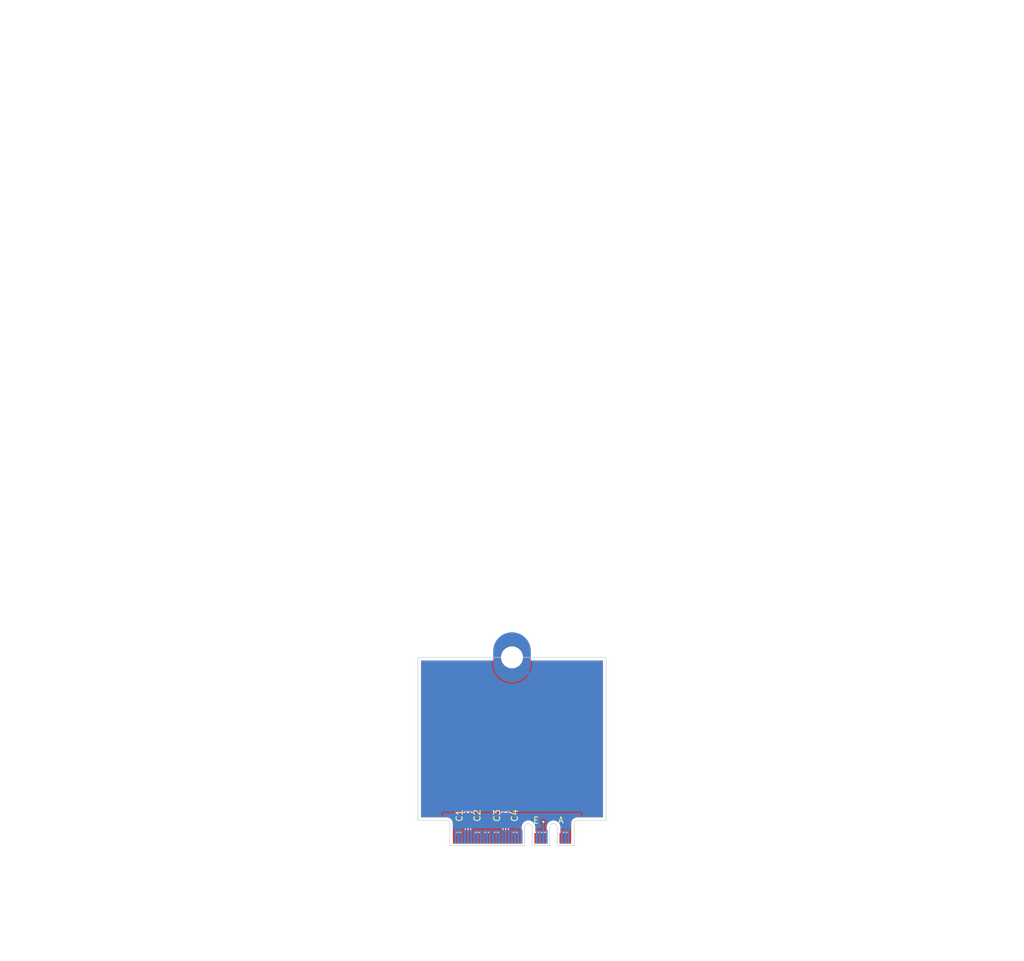
<source format=kicad_pcb>
(kicad_pcb (version 20241229) (generator "pcbnew") (generator_version "9.0")
  (layers (0 "F.Cu" signal) (2 "B.Cu" signal) (13 "F.Paste" user) (15 "B.Paste" user) (5 "F.SilkS" user "F.Silkscreen") (7 "B.SilkS" user "B.Silkscreen") (1 "F.Mask" user) (3 "B.Mask" user) (25 "Edge.Cuts" user))
  (net 0 "")
  (net 1 "GND")
  (net 2 "/M.2 A+E Key/PET1P")
  (net 3 "/M.2 A+E Key/PET0N")
  (net 4 "/M.2 A+E Key/PET1N")
  (net 5 "/M.2 A+E Key/PET0P")
  (net 6 "/PET0-")
  (net 7 "/PET1-")
  (net 8 "+3.3V")
  (net 9 "/USB_D+")
  (net 10 "/USB_D-")
  (net 11 "/LED#1")
  (net 12 "/LED#2")
  (net 21 "/PER0-")
  (net 23 "/PER0+")
  (net 29 "/REFCLK0+")
  (net 31 "/REFCLK0-")
  (net 32 "/SUSCLK")
  (net 33 "/PERST0#")
  (net 34 "/CLKREQ0#")
  (net 35 "/W_DISABLE2#")
  (net 36 "/PEWAKE#")
  (net 37 "/W_DISABLE1#")
  (net 38 "/I2C_DATA")
  (net 39 "/PER1+")
  (net 40 "/I2C_CLK")
  (net 41 "/PER1-")
  (net 42 "/ALERT#")
  (net 44 "/PERST1#")
  (net 45 "/CLKREQ1#")
  (net 46 "/PEWAKE1#")
  (net 47 "/REFCLK1+")
  (net 48 "/REFCLK1-")
  (net 49 "/PET0+")
  (net 50 "/PET1+")
  (footprint "Athena KiCAd library:M.2 Mounting Pad" (layer "F.Cu") (at 109.26 127.9)
    (property "Reference" "H1")
    (property "Value" "MountingHole_Pad")
    (pad "1" thru_hole circle (at 0 0) (size 5.5 5.5) (drill 3.5) (property pad_prop_castellated) (layers "*.Cu" "*.Mask") (net 1 "GND") (padstack (mode front_inner_back) (layer "Inner" (shape circle) (size 5.5 5.5)) (layer "B.Cu" (shape oval) (size 6 8))))
  )
  (footprint "Capacitor_SMD:C_0201_0603Metric" (layer "F.Cu") (at 107.91 153.13 90)
    (property "Reference" "C3" (at 0 -1.05 90) (layer "F.SilkS"))
    (property "Value" "220nF")
    (pad "1" smd roundrect (at -0.32 0 90) (size 0.46 0.4) (layers "F.Cu" "F.Mask") (net 3 "/M.2 A+E Key/PET0N"))
    (pad "2" smd roundrect (at 0.32 0 90) (size 0.46 0.4) (layers "F.Cu" "F.Mask") (net 6 "/PET0-"))
  )
  (footprint "PCIexpress:M.2 A+E Key Connector" (layer "F.Cu") (at 109.26 156.79)
    (property "Reference" "J1")
    (property "Value" "~")
    (fp_line (start -11 -2.89) (end -10.425 -2.89) (stroke (width 0.1)) (layer "Edge.Cuts"))
    (fp_line (start -9.925 -2.39) (end -9.925 1.11) (stroke (width 0.1)) (layer "Edge.Cuts"))
    (fp_line (start 2.025 -1.79) (end 2.025 1.11) (stroke (width 0.1)) (layer "Edge.Cuts"))
    (fp_line (start 2.025 1.11) (end -9.925 1.11) (stroke (width 0.1)) (layer "Edge.Cuts"))
    (fp_line (start 3.225 -1.79) (end 3.225 1.11) (stroke (width 0.1)) (layer "Edge.Cuts"))
    (fp_line (start 3.225 1.11) (end 6.025 1.11) (stroke (width 0.1)) (layer "Edge.Cuts"))
    (fp_line (start 6.025 -1.79) (end 6.025 1.11) (stroke (width 0.1)) (layer "Edge.Cuts"))
    (fp_line (start 7.225 -1.79) (end 7.225 1.11) (stroke (width 0.1)) (layer "Edge.Cuts"))
    (fp_line (start 7.225 1.11) (end 9.925 1.11) (stroke (width 0.1)) (layer "Edge.Cuts"))
    (fp_line (start 9.925 -2.39) (end 9.925 1.11) (stroke (width 0.1)) (layer "Edge.Cuts"))
    (fp_line (start 10.425 -2.89) (end 11 -2.89) (stroke (width 0.1)) (layer "Edge.Cuts"))
    (fp_arc (start -10.425 -2.89) (mid -10.071447 -2.743553) (end -9.925 -2.39) (stroke (width 0.1)) (layer "Edge.Cuts"))
    (fp_arc (start 2.025 -1.79) (mid 2.625 -2.39) (end 3.225 -1.79) (stroke (width 0.1)) (layer "Edge.Cuts"))
    (fp_arc (start 6.025 -1.79) (mid 6.625 -2.39) (end 7.225 -1.79) (stroke (width 0.1)) (layer "Edge.Cuts"))
    (fp_arc (start 9.925 -2.39) (mid 10.071447 -2.743553) (end 10.425 -2.89) (stroke (width 0.1)) (layer "Edge.Cuts"))
    (fp_text user "E" (at 3.28 -2.32 0) (layer "F.SilkS") (effects (justify left bottom)))
    (fp_text user "A" (at 7.265 -2.345 0) (layer "F.SilkS") (effects (justify left bottom)))
    (pad "1" smd rect (at 9.25 -0.04 180) (size 0.35 1.7) (layers "F.Cu") (net 1 "GND"))
    (pad "2" smd rect (at 9 -0.29 180) (size 0.35 2.2) (layers "B.Cu") (net 8 "+3.3V"))
    (pad "3" smd rect (at 8.75 -0.04 180) (size 0.35 1.7) (layers "F.Cu") (net 9 "/USB_D+"))
    (pad "4" smd rect (at 8.5 -0.29 180) (size 0.35 2.2) (layers "B.Cu") (net 8 "+3.3V"))
    (pad "5" smd rect (at 8.25 -0.04 180) (size 0.35 1.7) (layers "F.Cu") (net 10 "/USB_D-"))
    (pad "6" smd rect (at 8 -0.29 180) (size 0.35 2.2) (layers "B.Cu") (net 11 "/LED#1"))
    (pad "7" smd rect (at 7.75 -0.04 180) (size 0.35 1.7) (layers "F.Cu") (net 1 "GND"))
    (pad "16" smd rect (at 5.5 -0.29 180) (size 0.35 2.2) (layers "B.Cu") (net 12 "/LED#2"))
    (pad "17" smd rect (at 5.25 -0.04 180) (size 0.35 1.7) (layers "F.Cu"))
    (pad "18" smd rect (at 5 -0.29 180) (size 0.35 2.2) (layers "B.Cu") (net 1 "GND"))
    (pad "19" smd rect (at 4.75 -0.04 180) (size 0.35 1.7) (layers "F.Cu"))
    (pad "20" smd rect (at 4.5 -0.29 180) (size 0.35 2.2) (layers "B.Cu"))
    (pad "21" smd rect (at 4.25 -0.04 180) (size 0.35 1.7) (layers "F.Cu"))
    (pad "22" smd rect (at 4 -0.29 180) (size 0.35 2.2) (layers "B.Cu"))
    (pad "23" smd rect (at 3.75 -0.04 180) (size 0.35 1.7) (layers "F.Cu"))
    (pad "32" smd rect (at 1.5 -0.29 180) (size 0.35 2.2) (layers "B.Cu"))
    (pad "33" smd rect (at 1.25 -0.04 180) (size 0.35 1.7) (layers "F.Cu") (net 1 "GND"))
    (pad "34" smd rect (at 1 -0.29 180) (size 0.35 2.2) (layers "B.Cu"))
    (pad "35" smd rect (at 0.75 -0.04 180) (size 0.35 1.7) (layers "F.Cu") (net 21 "/PER0-"))
    (pad "36" smd rect (at 0.5 -0.29 180) (size 0.35 2.2) (layers "B.Cu"))
    (pad "37" smd rect (at 0.25 -0.04 180) (size 0.35 1.7) (layers "F.Cu") (net 23 "/PER0+"))
    (pad "38" smd rect (at 0 -0.29 180) (size 0.35 2.2) (layers "B.Cu"))
    (pad "39" smd rect (at -0.25 -0.04 180) (size 0.35 1.7) (layers "F.Cu") (net 1 "GND"))
    (pad "40" smd rect (at -0.5 -0.29 180) (size 0.35 2.2) (layers "B.Cu"))
    (pad "41" smd rect (at -0.75 -0.04 180) (size 0.35 1.7) (layers "F.Cu") (net 5 "/M.2 A+E Key/PET0P"))
    (pad "42" smd rect (at -1 -0.29 180) (size 0.35 2.2) (layers "B.Cu"))
    (pad "43" smd rect (at -1.25 -0.04 180) (size 0.35 1.7) (layers "F.Cu") (net 3 "/M.2 A+E Key/PET0N"))
    (pad "44" smd rect (at -1.5 -0.29 180) (size 0.35 2.2) (layers "B.Cu"))
    (pad "45" smd rect (at -1.75 -0.04 180) (size 0.35 1.7) (layers "F.Cu") (net 1 "GND"))
    (pad "46" smd rect (at -2 -0.29 180) (size 0.35 2.2) (layers "B.Cu"))
    (pad "47" smd rect (at -2.25 -0.04 180) (size 0.35 1.7) (layers "F.Cu") (net 29 "/REFCLK0+"))
    (pad "48" smd rect (at -2.5 -0.29 180) (size 0.35 2.2) (layers "B.Cu"))
    (pad "49" smd rect (at -2.75 -0.04 180) (size 0.35 1.7) (layers "F.Cu") (net 31 "/REFCLK0-"))
    (pad "50" smd rect (at -3 -0.29 180) (size 0.35 2.2) (layers "B.Cu") (net 32 "/SUSCLK"))
    (pad "51" smd rect (at -3.25 -0.04 180) (size 0.35 1.7) (layers "F.Cu") (net 1 "GND"))
    (pad "52" smd rect (at -3.5 -0.29 180) (size 0.35 2.2) (layers "B.Cu") (net 33 "/PERST0#"))
    (pad "53" smd rect (at -3.75 -0.04 180) (size 0.35 1.7) (layers "F.Cu") (net 34 "/CLKREQ0#"))
    (pad "54" smd rect (at -4 -0.29 180) (size 0.35 2.2) (layers "B.Cu") (net 35 "/W_DISABLE2#"))
    (pad "55" smd rect (at -4.25 -0.04 180) (size 0.35 1.7) (layers "F.Cu") (net 36 "/PEWAKE#"))
    (pad "56" smd rect (at -4.5 -0.29 180) (size 0.35 2.2) (layers "B.Cu") (net 37 "/W_DISABLE1#"))
    (pad "57" smd rect (at -4.75 -0.04 180) (size 0.35 1.7) (layers "F.Cu") (net 1 "GND"))
    (pad "58" smd rect (at -5 -0.29 180) (size 0.35 2.2) (layers "B.Cu") (net 38 "/I2C_DATA"))
    (pad "59" smd rect (at -5.25 -0.04 180) (size 0.35 1.7) (layers "F.Cu") (net 39 "/PER1+"))
    (pad "60" smd rect (at -5.5 -0.29 180) (size 0.35 2.2) (layers "B.Cu") (net 40 "/I2C_CLK"))
    (pad "61" smd rect (at -5.75 -0.04 180) (size 0.35 1.7) (layers "F.Cu") (net 41 "/PER1-"))
    (pad "62" smd rect (at -6 -0.29 180) (size 0.35 2.2) (layers "B.Cu") (net 42 "/ALERT#"))
    (pad "63" smd rect (at -6.25 -0.04 180) (size 0.35 1.7) (layers "F.Cu") (net 1 "GND"))
    (pad "64" smd rect (at -6.5 -0.29 180) (size 0.35 2.2) (layers "B.Cu"))
    (pad "65" smd rect (at -6.75 -0.04 180) (size 0.35 1.7) (layers "F.Cu") (net 2 "/M.2 A+E Key/PET1P"))
    (pad "66" smd rect (at -7 -0.29 180) (size 0.35 2.2) (layers "B.Cu") (net 44 "/PERST1#"))
    (pad "67" smd rect (at -7.25 -0.04 180) (size 0.35 1.7) (layers "F.Cu") (net 4 "/M.2 A+E Key/PET1N"))
    (pad "68" smd rect (at -7.5 -0.29 180) (size 0.35 2.2) (layers "B.Cu") (net 45 "/CLKREQ1#"))
    (pad "69" smd rect (at -7.75 -0.04 180) (size 0.35 1.7) (layers "F.Cu") (net 1 "GND"))
    (pad "70" smd rect (at -8 -0.29 180) (size 0.35 2.2) (layers "B.Cu") (net 46 "/PEWAKE1#"))
    (pad "71" smd rect (at -8.25 -0.04 180) (size 0.35 1.7) (layers "F.Cu") (net 47 "/REFCLK1+"))
    (pad "72" smd rect (at -8.5 -0.29 180) (size 0.35 2.2) (layers "B.Cu") (net 8 "+3.3V"))
    (pad "73" smd rect (at -8.75 -0.04 180) (size 0.35 1.7) (layers "F.Cu") (net 48 "/REFCLK1-"))
    (pad "74" smd rect (at -9 -0.29 180) (size 0.35 2.2) (layers "B.Cu") (net 8 "+3.3V"))
    (pad "75" smd rect (at -9.25 -0.04 180) (size 0.35 1.7) (layers "F.Cu") (net 1 "GND"))
  )
  (footprint "Capacitor_SMD:C_0201_0603Metric" (layer "F.Cu") (at 102.61 153.13 90)
    (property "Reference" "C2" (at 0 1.11 90) (layer "F.SilkS"))
    (property "Value" "220nF")
    (pad "1" smd roundrect (at -0.32 0 90) (size 0.46 0.4) (layers "F.Cu" "F.Mask") (net 2 "/M.2 A+E Key/PET1P"))
    (pad "2" smd roundrect (at 0.32 0 90) (size 0.46 0.4) (layers "F.Cu" "F.Mask") (net 50 "/PET1+"))
  )
  (footprint "Capacitor_SMD:C_0201_0603Metric" (layer "F.Cu") (at 108.61 153.13 90)
    (property "Reference" "C4" (at 0 1.07 90) (layer "F.SilkS"))
    (property "Value" "220nF")
    (pad "1" smd roundrect (at -0.32 0 90) (size 0.46 0.4) (layers "F.Cu" "F.Mask") (net 5 "/M.2 A+E Key/PET0P"))
    (pad "2" smd roundrect (at 0.32 0 90) (size 0.46 0.4) (layers "F.Cu" "F.Mask") (net 49 "/PET0+"))
  )
  (footprint "Capacitor_SMD:C_0201_0603Metric" (layer "F.Cu") (at 101.91 153.13 90)
    (property "Reference" "C1" (at 0 -1.05 90) (layer "F.SilkS"))
    (property "Value" "220nF")
    (pad "1" smd roundrect (at -0.32 0 90) (size 0.46 0.4) (layers "F.Cu" "F.Mask") (net 4 "/M.2 A+E Key/PET1N"))
    (pad "2" smd roundrect (at 0.32 0 90) (size 0.46 0.4) (layers "F.Cu" "F.Mask") (net 7 "/PET1-"))
  )
  (gr_line (start 124.26 153.9) (end 124.26 127.9) (stroke (width 0.1)) (layer "Edge.Cuts"))
  (gr_line (start 98.26 153.9) (end 94.26 153.9) (stroke (width 0.1)) (layer "Edge.Cuts"))
  (gr_line (start 124.26 153.9) (end 120.26 153.9) (stroke (width 0.1)) (layer "Edge.Cuts"))
  (gr_line (start 124.26 127.9) (end 94.26 127.9) (stroke (width 0.1)) (layer "Edge.Cuts"))
  (gr_line (start 94.26 127.9) (end 94.26 153.9) (stroke (width 0.1)) (layer "Edge.Cuts"))
  (via (at 114.26 154.13) (size 0.6) (drill 0.3) (layers "F.Cu" "B.Cu") (net 1))
  (segment (start 114.26 154.13) (end 114.26 156.5) (width 0.2) (layer "B.Cu") (net 1))
  (segment (start 102.485 155.449999) (end 102.485 153.920001) (width 0.2) (layer "F.Cu") (net 2))
  (segment (start 102.51 155.474999) (end 102.485 155.449999) (width 0.2) (layer "F.Cu") (net 2))
  (segment (start 102.485 153.920001) (end 102.61 153.795001) (width 0.2) (layer "F.Cu") (net 2))
  (segment (start 102.61 153.795001) (end 102.61 153.45) (width 0.2) (layer "F.Cu") (net 2))
  (segment (start 102.51 156.75) (end 102.51 155.474999) (width 0.2) (layer "F.Cu") (net 2))
  (segment (start 108.01 155.474999) (end 108.035 155.449999) (width 0.2) (layer "F.Cu") (net 3))
  (segment (start 108.035 155.449999) (end 108.035 153.920001) (width 0.2) (layer "F.Cu") (net 3))
  (segment (start 108.01 156.75) (end 108.01 155.474999) (width 0.2) (layer "F.Cu") (net 3))
  (segment (start 108.035 153.920001) (end 107.91 153.795001) (width 0.2) (layer "F.Cu") (net 3))
  (segment (start 107.91 153.795001) (end 107.91 153.45) (width 0.2) (layer "F.Cu") (net 3))
  (segment (start 102.035 153.920001) (end 101.91 153.795001) (width 0.2) (layer "F.Cu") (net 4))
  (segment (start 102.035 155.449999) (end 102.035 153.920001) (width 0.2) (layer "F.Cu") (net 4))
  (segment (start 102.01 156.75) (end 102.01 155.474999) (width 0.2) (layer "F.Cu") (net 4))
  (segment (start 101.91 153.795001) (end 101.91 153.45) (width 0.2) (layer "F.Cu") (net 4))
  (segment (start 102.01 155.474999) (end 102.035 155.449999) (width 0.2) (layer "F.Cu") (net 4))
  (segment (start 108.485 155.449999) (end 108.485 153.920001) (width 0.2) (layer "F.Cu") (net 5))
  (segment (start 108.51 155.474999) (end 108.485 155.449999) (width 0.2) (layer "F.Cu") (net 5))
  (segment (start 108.485 153.920001) (end 108.61 153.795001) (width 0.2) (layer "F.Cu") (net 5))
  (segment (start 108.61 153.795001) (end 108.61 153.45) (width 0.2) (layer "F.Cu") (net 5))
  (segment (start 108.51 156.75) (end 108.51 155.474999) (width 0.2) (layer "F.Cu") (net 5))
  (zone (net 1) (net_name "GND") (layers "F.Cu" "B.Cu") (connect_pads (clearance 0.2)) (min_thickness 0.15) (fill yes (thermal_gap 0.2) (thermal_bridge_width 0.35))
    (polygon (pts (xy 124.26 156.23) (xy 124.26 47.9) (xy 94.26 47.9) (xy 94.26 156.23)))
  )
  (zone (net 8) (net_name "+3.3V") (layer "B.Cu") (priority 1) (connect_pads (clearance 0.2)) (min_thickness 0.15) (fill yes (thermal_gap 0.2) (thermal_bridge_width 0.35))
    (polygon (pts (xy 120.26 156.22) (xy 120.26 152.7) (xy 98.26 152.7) (xy 98.26 156.22)))
  )
)
</source>
